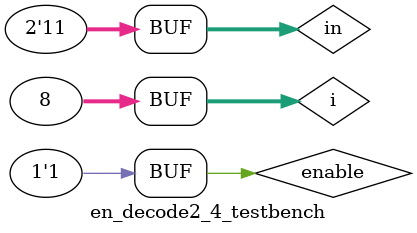
<source format=sv>
`timescale 1ns/10ps

module en_decode2_4 (out, in, enable);
		output logic   [3:0] out;
		input logic     [1:0] in;
		input logic       enable;
		
		logic ni0, ni1;
		
		parameter delay = 0.05;
		
		//Logic for 2 to 4 decoder.
		not #delay (ni0, in[0]);
		not #delay (ni1, in[1]);
		
		and #delay (out[0], ni0, ni1, enable);
		and #delay (out[1], in[0], ni1, enable);
		and #delay (out[2], ni0, in[1], enable);
		and #delay (out[3], in[0], in[1], enable);
endmodule

module en_decode2_4_testbench();
		logic [3:0] out;
		logic [1:0] in;
		logic enable;

		en_decode2_4 dut (.out, .in, .enable);
		
		integer i;

		initial begin
				for(i=0; i<8; i++) begin
						{in, enable} = i; #10;
				end
		end
endmodule
</source>
